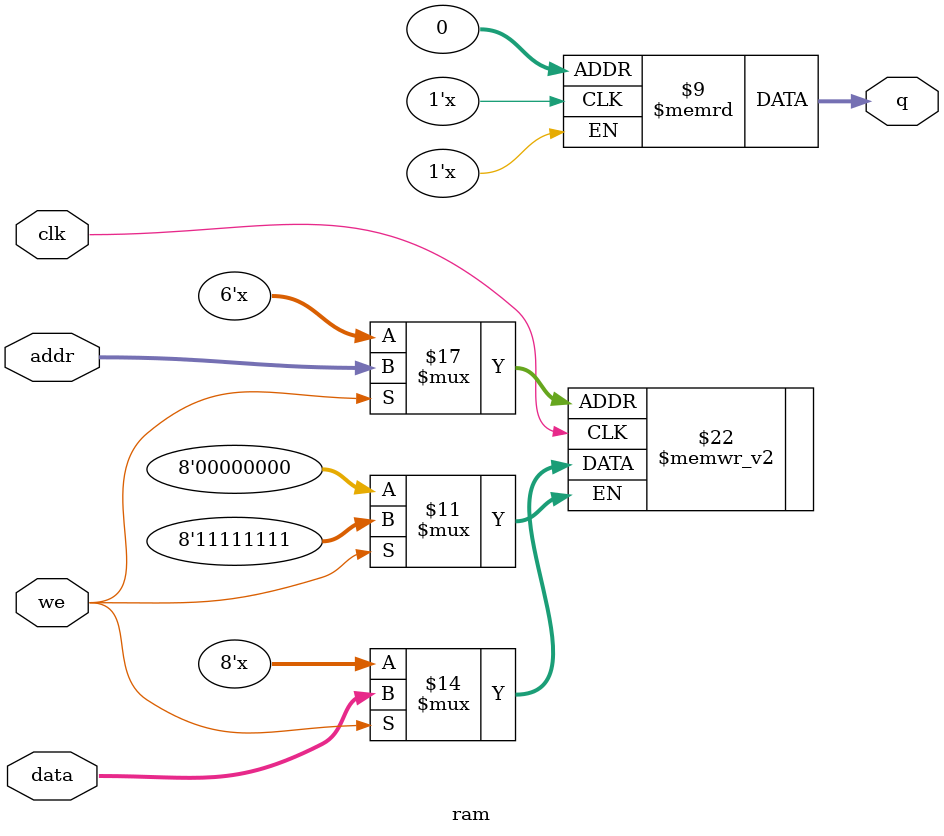
<source format=v>
module ram
(
input [7:0] data,
input [5:0] addr,
input we, clk,
output [7:0] q
);
reg [7:0] ram[63:0];
// when we is high, write data to ram at address addr
// assign the ram value at address addr to q
always @ (posedge clk)
begin
if (we)
ram[addr] <= data;
end
// when we is zero, assign the data in address 0 to q directly
assign q = ram[0];
endmodule

</source>
